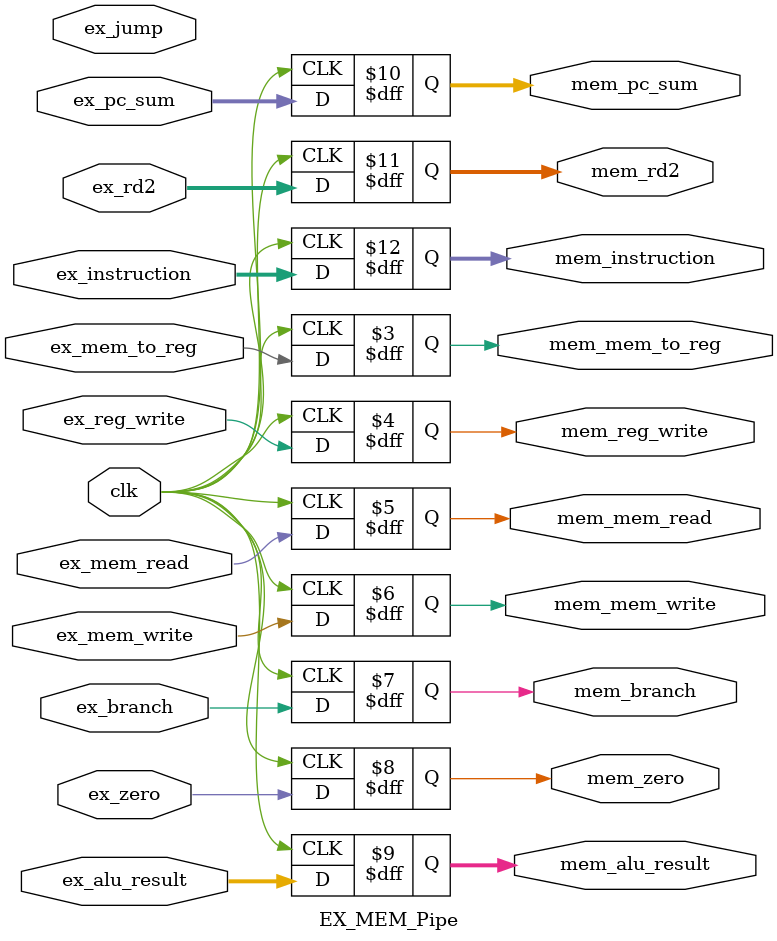
<source format=v>
`timescale 1ns / 1ps

module EX_MEM_Pipe(
    input                   clk,
    input                   ex_mem_to_reg,
    input                   ex_reg_write,
    input                   ex_mem_read,
    input                   ex_mem_write,
    input                   ex_branch,
    input                   ex_zero,
    input                   ex_jump,
    input       [31:0]      ex_alu_result,
    input       [31:0]      ex_pc_sum,
    input       [31:0]      ex_rd2,
    input       [31:0]      ex_instruction,

    output reg              mem_mem_to_reg,
    output reg              mem_reg_write,
    output reg              mem_mem_read,
    output reg              mem_mem_write,
    output reg              mem_branch,
    output reg              mem_zero,
    output reg  [31:0]      mem_alu_result,
    output reg  [31:0]      mem_pc_sum,
    output reg  [31:0]      mem_rd2,
    output reg  [31:0]      mem_instruction
  );

  initial
  begin
    mem_mem_to_reg = 0;
    mem_reg_write = 0;
    mem_mem_read = 0;
    mem_mem_write = 0;
    mem_branch = 0;
    mem_zero = 0;
    mem_alu_result = 0;
    mem_pc_sum = 0;
    mem_rd2 = 0;
    mem_instruction = 0;
  end

  always @ (posedge clk)
  begin
    mem_mem_to_reg   <= ex_mem_to_reg;
    mem_reg_write    <= ex_reg_write;
    mem_mem_read     <= ex_mem_read;
    mem_mem_write    <= ex_mem_write;
    mem_branch       <= ex_branch;
    mem_zero         <= ex_zero;
    mem_alu_result   <= ex_alu_result;
    mem_pc_sum       <= ex_pc_sum;
    mem_rd2          <= ex_rd2;
    mem_instruction  <= ex_instruction;
  end

endmodule

</source>
